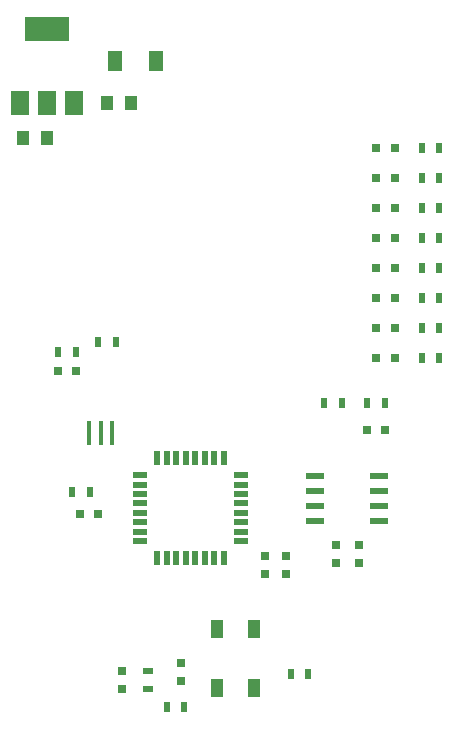
<source format=gtp>
G04 #@! TF.GenerationSoftware,KiCad,Pcbnew,(5.99.0-492-g30da2b31e)*
G04 #@! TF.CreationDate,2019-12-10T20:34:04+01:00*
G04 #@! TF.ProjectId,Feeder,46656564-6572-42e6-9b69-6361645f7063,0.1*
G04 #@! TF.SameCoordinates,Original*
G04 #@! TF.FileFunction,Paste,Top*
G04 #@! TF.FilePolarity,Positive*
%FSLAX46Y46*%
G04 Gerber Fmt 4.6, Leading zero omitted, Abs format (unit mm)*
G04 Created by KiCad (PCBNEW (5.99.0-492-g30da2b31e)) date 2019-12-10 20:34:04*
%MOMM*%
%LPD*%
G04 APERTURE LIST*
%ADD10R,1.550000X0.600000*%
%ADD11R,0.750000X0.800000*%
%ADD12R,0.800000X0.750000*%
%ADD13R,1.000000X1.250000*%
%ADD14R,1.300000X1.700000*%
%ADD15R,0.600000X1.200000*%
%ADD16R,1.200000X0.600000*%
%ADD17R,0.800000X0.800000*%
%ADD18R,1.000000X1.600000*%
%ADD19R,0.300000X2.000000*%
%ADD20R,0.500000X0.900000*%
%ADD21R,0.900000X0.500000*%
%ADD22R,1.500000X2.000000*%
%ADD23R,3.800000X2.000000*%
G04 APERTURE END LIST*
D10*
X182300000Y-88695000D03*
X182300000Y-89965000D03*
X182300000Y-91235000D03*
X182300000Y-92505000D03*
X176900000Y-92505000D03*
X176900000Y-91235000D03*
X176900000Y-89965000D03*
X176900000Y-88695000D03*
D11*
X178700000Y-96050000D03*
X178700000Y-94550000D03*
D12*
X181350000Y-84800000D03*
X182850000Y-84800000D03*
D11*
X165600000Y-104550000D03*
X165600000Y-106050000D03*
D12*
X156650000Y-79800000D03*
X155150000Y-79800000D03*
D11*
X160600000Y-105250000D03*
X160600000Y-106750000D03*
X172650000Y-95500000D03*
X172650000Y-97000000D03*
X174450000Y-97000000D03*
X174450000Y-95500000D03*
D12*
X158550000Y-91900000D03*
X157050000Y-91900000D03*
D11*
X180600000Y-96050000D03*
X180600000Y-94550000D03*
D13*
X154200000Y-60100000D03*
X152200000Y-60100000D03*
X161300000Y-57100000D03*
X159300000Y-57100000D03*
D14*
X163450000Y-53600000D03*
X159950000Y-53600000D03*
D15*
X163570000Y-87190000D03*
X164370000Y-87190000D03*
X165170000Y-87190000D03*
X165970000Y-87190000D03*
X166770000Y-87190000D03*
X167570000Y-87190000D03*
X168370000Y-87190000D03*
X169170000Y-87190000D03*
D16*
X170620000Y-88640000D03*
X170620000Y-89440000D03*
X170620000Y-90240000D03*
X170620000Y-91040000D03*
X170620000Y-91840000D03*
X170620000Y-92640000D03*
X170620000Y-93440000D03*
X170620000Y-94240000D03*
D15*
X169170000Y-95690000D03*
X168370000Y-95690000D03*
X167570000Y-95690000D03*
X166770000Y-95690000D03*
X165970000Y-95690000D03*
X165170000Y-95690000D03*
X164370000Y-95690000D03*
X163570000Y-95690000D03*
D16*
X162120000Y-94240000D03*
X162120000Y-93440000D03*
X162120000Y-92640000D03*
X162120000Y-91840000D03*
X162120000Y-91040000D03*
X162120000Y-90240000D03*
X162120000Y-89440000D03*
X162120000Y-88640000D03*
D17*
X182080000Y-71120000D03*
X183680000Y-71120000D03*
X183680000Y-63500000D03*
X182080000Y-63500000D03*
X182080000Y-66040000D03*
X183680000Y-66040000D03*
X183680000Y-68580000D03*
X182080000Y-68580000D03*
X182080000Y-73660000D03*
X183680000Y-73660000D03*
X183680000Y-76200000D03*
X182080000Y-76200000D03*
X182080000Y-78740000D03*
X183680000Y-78740000D03*
X183680000Y-60960000D03*
X182080000Y-60960000D03*
D18*
X168580000Y-106640000D03*
X171780000Y-106640000D03*
X168580000Y-101640000D03*
X171780000Y-101640000D03*
D19*
X159700000Y-85090000D03*
X158750000Y-85090000D03*
X157800000Y-85090000D03*
D20*
X185940000Y-66040000D03*
X187440000Y-66040000D03*
X158550000Y-77400000D03*
X160050000Y-77400000D03*
X157850000Y-90050000D03*
X156350000Y-90050000D03*
X187440000Y-78740000D03*
X185940000Y-78740000D03*
X185940000Y-76200000D03*
X187440000Y-76200000D03*
X187440000Y-68580000D03*
X185940000Y-68580000D03*
X185940000Y-73660000D03*
X187440000Y-73660000D03*
X187440000Y-71120000D03*
X185940000Y-71120000D03*
X156650000Y-78200000D03*
X155150000Y-78200000D03*
X179150000Y-82500000D03*
X177650000Y-82500000D03*
X181350000Y-82500000D03*
X182850000Y-82500000D03*
X187440000Y-63500000D03*
X185940000Y-63500000D03*
X185940000Y-60960000D03*
X187440000Y-60960000D03*
X164350000Y-108300000D03*
X165850000Y-108300000D03*
D21*
X162800000Y-106750000D03*
X162800000Y-105250000D03*
D20*
X174850000Y-105500000D03*
X176350000Y-105500000D03*
D22*
X151900000Y-57150000D03*
X156500000Y-57150000D03*
X154200000Y-57150000D03*
D23*
X154200000Y-50850000D03*
M02*

</source>
